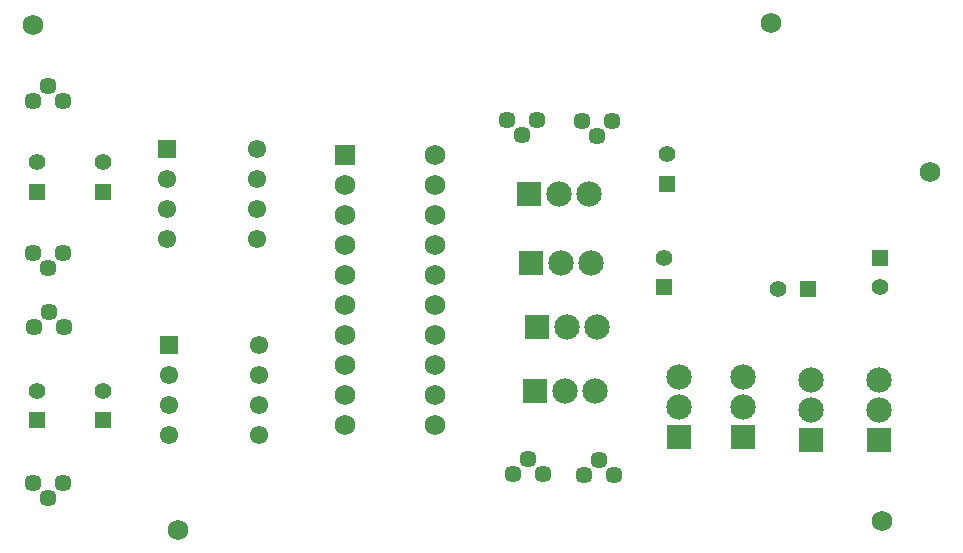
<source format=gbs>
G04*
G04 #@! TF.GenerationSoftware,Altium Limited,Altium Designer,23.5.1 (21)*
G04*
G04 Layer_Color=16711935*
%FSLAX44Y44*%
%MOMM*%
G71*
G04*
G04 #@! TF.SameCoordinates,17670BC2-17D3-42C6-95D3-1F8550388E7E*
G04*
G04*
G04 #@! TF.FilePolarity,Negative*
G04*
G01*
G75*
%ADD22C,1.7272*%
%ADD23R,1.7500X1.7500*%
%ADD24C,1.7500*%
%ADD25C,1.4500*%
%ADD26C,1.4500*%
%ADD27C,1.4000*%
%ADD28R,1.4000X1.4000*%
%ADD29C,2.1500*%
%ADD30R,2.1500X2.1500*%
%ADD31C,1.5500*%
%ADD32R,1.5500X1.5500*%
%ADD33R,2.1500X2.1500*%
%ADD34R,1.4000X1.4000*%
D22*
X150000Y109000D02*
D03*
X27000Y536000D02*
D03*
X746000Y116000D02*
D03*
X786000Y412000D02*
D03*
X652000Y538000D02*
D03*
D23*
X290900Y426400D02*
D03*
D24*
Y401000D02*
D03*
Y375600D02*
D03*
Y350200D02*
D03*
Y324800D02*
D03*
Y299400D02*
D03*
Y274000D02*
D03*
Y248600D02*
D03*
Y223200D02*
D03*
Y197800D02*
D03*
X367100D02*
D03*
Y223200D02*
D03*
Y248600D02*
D03*
Y274000D02*
D03*
Y299400D02*
D03*
Y324800D02*
D03*
Y350200D02*
D03*
Y375600D02*
D03*
Y401000D02*
D03*
Y426400D02*
D03*
D25*
X491600Y455000D02*
D03*
X504300Y442300D02*
D03*
X40000Y484328D02*
D03*
X52700Y471628D02*
D03*
X40000Y330094D02*
D03*
X27300Y342794D02*
D03*
X518700Y155206D02*
D03*
X506000Y167906D02*
D03*
X27300Y148358D02*
D03*
X40000Y135658D02*
D03*
X52735Y280412D02*
D03*
X40035Y293112D02*
D03*
X458700Y156300D02*
D03*
X446000Y169000D02*
D03*
X428600Y456182D02*
D03*
X441300Y443482D02*
D03*
D26*
X517000Y455000D02*
D03*
X27300Y471628D02*
D03*
X52700Y342794D02*
D03*
X493300Y155206D02*
D03*
X52700Y148358D02*
D03*
X27335Y280412D02*
D03*
X433300Y156300D02*
D03*
X454000Y456182D02*
D03*
D27*
X564000Y427000D02*
D03*
X561000Y339000D02*
D03*
X86442Y420000D02*
D03*
X30000D02*
D03*
X86442Y226761D02*
D03*
X744000Y314000D02*
D03*
X30000Y226761D02*
D03*
X658000Y313000D02*
D03*
D28*
X564000Y402000D02*
D03*
X561000Y314000D02*
D03*
X86442Y395000D02*
D03*
X30000D02*
D03*
X86442Y201761D02*
D03*
X744000Y339000D02*
D03*
X30000Y201761D02*
D03*
D29*
X502400Y226225D02*
D03*
X477000D02*
D03*
X473600Y335000D02*
D03*
X499000D02*
D03*
X628000Y238000D02*
D03*
Y212600D02*
D03*
X685183Y235592D02*
D03*
Y210192D02*
D03*
X573726Y238396D02*
D03*
Y212996D02*
D03*
X743000Y236000D02*
D03*
Y210600D02*
D03*
X504400Y280225D02*
D03*
X479000D02*
D03*
X497800Y393000D02*
D03*
X472400D02*
D03*
D30*
X451600Y226225D02*
D03*
X448200Y335000D02*
D03*
X453600Y280225D02*
D03*
X447000Y393000D02*
D03*
D31*
X216656Y355144D02*
D03*
Y380544D02*
D03*
Y405944D02*
D03*
Y431344D02*
D03*
X140456Y405944D02*
D03*
Y380544D02*
D03*
Y355144D02*
D03*
X141694Y189510D02*
D03*
Y214910D02*
D03*
Y240310D02*
D03*
X217894Y265710D02*
D03*
Y240310D02*
D03*
Y214910D02*
D03*
Y189510D02*
D03*
D32*
X140456Y431344D02*
D03*
X141694Y265710D02*
D03*
D33*
X628000Y187200D02*
D03*
X685183Y184792D02*
D03*
X573726Y187596D02*
D03*
X743000Y185200D02*
D03*
D34*
X683000Y313000D02*
D03*
M02*

</source>
